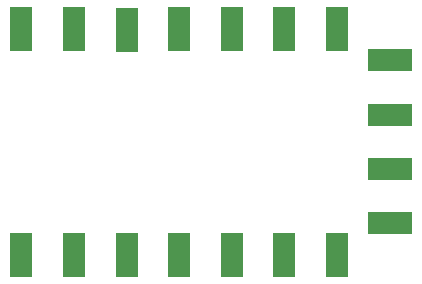
<source format=gbr>
G04 EAGLE Gerber RS-274X export*
G75*
%MOMM*%
%FSLAX34Y34*%
%LPD*%
%INSolderpaste Bottom*%
%IPPOS*%
%AMOC8*
5,1,8,0,0,1.08239X$1,22.5*%
G01*
%ADD10R,1.930400X3.810000*%
%ADD11R,3.810000X1.930400*%


D10*
X592670Y246360D03*
X726170Y246360D03*
X592670Y55360D03*
X637170Y246360D03*
X637170Y55360D03*
X681670Y245860D03*
X681670Y55360D03*
X770670Y246360D03*
X815170Y246360D03*
X859670Y246360D03*
X726170Y55360D03*
X770670Y55360D03*
X815170Y55360D03*
X859670Y55360D03*
D11*
X904670Y127860D03*
X904670Y219860D03*
X904670Y173860D03*
X904670Y81860D03*
M02*

</source>
